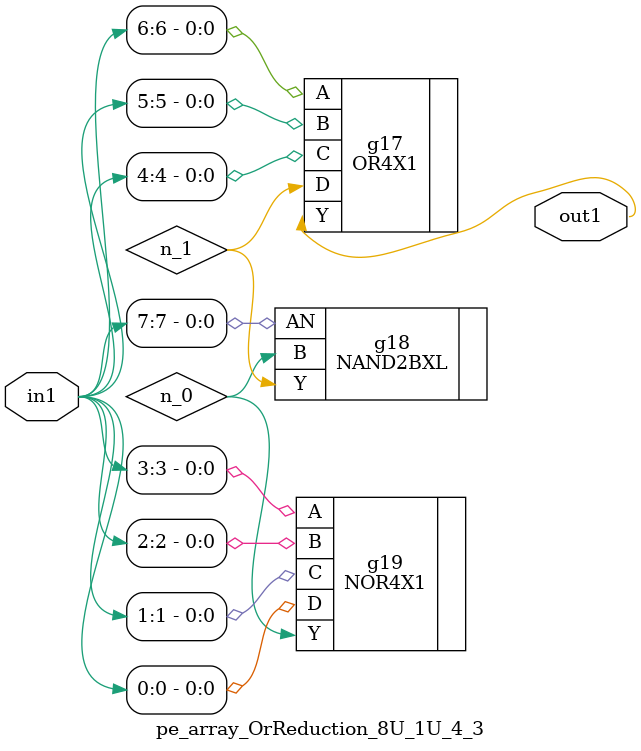
<source format=v>
`timescale 1ps / 1ps


module pe_array_OrReduction_8U_1U_4_3(in1, out1);
  input [7:0] in1;
  output out1;
  wire [7:0] in1;
  wire out1;
  wire n_0, n_1;
  OR4X1 g17(.A (in1[6]), .B (in1[5]), .C (in1[4]), .D (n_1), .Y (out1));
  NAND2BXL g18(.AN (in1[7]), .B (n_0), .Y (n_1));
  NOR4X1 g19(.A (in1[3]), .B (in1[2]), .C (in1[1]), .D (in1[0]), .Y
       (n_0));
endmodule



</source>
